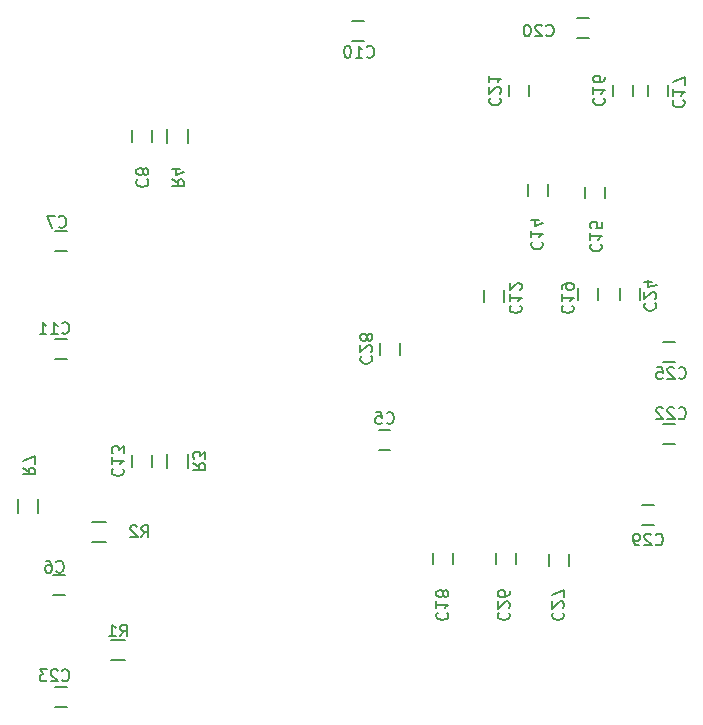
<source format=gbr>
G04 #@! TF.GenerationSoftware,KiCad,Pcbnew,(2017-11-24 revision a01d81e4b)-master*
G04 #@! TF.CreationDate,2018-01-27T17:30:05+01:00*
G04 #@! TF.ProjectId,phram_1,706872616D5F312E6B696361645F7063,rev?*
G04 #@! TF.SameCoordinates,Original*
G04 #@! TF.FileFunction,Legend,Bot*
G04 #@! TF.FilePolarity,Positive*
%FSLAX46Y46*%
G04 Gerber Fmt 4.6, Leading zero omitted, Abs format (unit mm)*
G04 Created by KiCad (PCBNEW (2017-11-24 revision a01d81e4b)-master) date Sat Jan 27 17:30:05 2018*
%MOMM*%
%LPD*%
G01*
G04 APERTURE LIST*
%ADD10C,0.150000*%
G04 APERTURE END LIST*
D10*
X93400000Y-105875000D02*
X94600000Y-105875000D01*
X94600000Y-104125000D02*
X93400000Y-104125000D01*
X91750000Y-95875000D02*
X92950000Y-95875000D01*
X92950000Y-94125000D02*
X91750000Y-94125000D01*
X98125000Y-88400000D02*
X98125000Y-89600000D01*
X99875000Y-89600000D02*
X99875000Y-88400000D01*
X98125000Y-60900000D02*
X98125000Y-62100000D01*
X99875000Y-62100000D02*
X99875000Y-60900000D01*
X116050000Y-86350000D02*
X117050000Y-86350000D01*
X117050000Y-88050000D02*
X116050000Y-88050000D01*
X88500000Y-98650000D02*
X89500000Y-98650000D01*
X89500000Y-100350000D02*
X88500000Y-100350000D01*
X88674000Y-69508000D02*
X89674000Y-69508000D01*
X89674000Y-71208000D02*
X88674000Y-71208000D01*
X95150000Y-62000000D02*
X95150000Y-61000000D01*
X96850000Y-61000000D02*
X96850000Y-62000000D01*
X113820000Y-51728000D02*
X114820000Y-51728000D01*
X114820000Y-53428000D02*
X113820000Y-53428000D01*
X88674000Y-78652000D02*
X89674000Y-78652000D01*
X89674000Y-80352000D02*
X88674000Y-80352000D01*
X126650000Y-74550000D02*
X126650000Y-75550000D01*
X124950000Y-75550000D02*
X124950000Y-74550000D01*
X95162000Y-89500000D02*
X95162000Y-88500000D01*
X96862000Y-88500000D02*
X96862000Y-89500000D01*
X128705000Y-66540000D02*
X128705000Y-65540000D01*
X130405000Y-65540000D02*
X130405000Y-66540000D01*
X133505000Y-66774000D02*
X133505000Y-65774000D01*
X135205000Y-65774000D02*
X135205000Y-66774000D01*
X135905000Y-58138000D02*
X135905000Y-57138000D01*
X137605000Y-57138000D02*
X137605000Y-58138000D01*
X138850000Y-58138000D02*
X138850000Y-57138000D01*
X140550000Y-57138000D02*
X140550000Y-58138000D01*
X120650000Y-97750000D02*
X120650000Y-96750000D01*
X122350000Y-96750000D02*
X122350000Y-97750000D01*
X134650000Y-74350000D02*
X134650000Y-75350000D01*
X132950000Y-75350000D02*
X132950000Y-74350000D01*
X133830000Y-53174000D02*
X132830000Y-53174000D01*
X132830000Y-51474000D02*
X133830000Y-51474000D01*
X127105000Y-58138000D02*
X127105000Y-57138000D01*
X128805000Y-57138000D02*
X128805000Y-58138000D01*
X141150000Y-87550000D02*
X140150000Y-87550000D01*
X140150000Y-85850000D02*
X141150000Y-85850000D01*
X88674000Y-108116000D02*
X89674000Y-108116000D01*
X89674000Y-109816000D02*
X88674000Y-109816000D01*
X138150000Y-74350000D02*
X138150000Y-75350000D01*
X136450000Y-75350000D02*
X136450000Y-74350000D01*
X141150000Y-80650000D02*
X140150000Y-80650000D01*
X140150000Y-78950000D02*
X141150000Y-78950000D01*
X125950000Y-97750000D02*
X125950000Y-96750000D01*
X127650000Y-96750000D02*
X127650000Y-97750000D01*
X130450000Y-97850000D02*
X130450000Y-96850000D01*
X132150000Y-96850000D02*
X132150000Y-97850000D01*
X116195000Y-79995000D02*
X116195000Y-78995000D01*
X117895000Y-78995000D02*
X117895000Y-79995000D01*
X139350000Y-94450000D02*
X138350000Y-94450000D01*
X138350000Y-92750000D02*
X139350000Y-92750000D01*
X85485000Y-92190000D02*
X85485000Y-93390000D01*
X87235000Y-93390000D02*
X87235000Y-92190000D01*
X94166666Y-103852380D02*
X94500000Y-103376190D01*
X94738095Y-103852380D02*
X94738095Y-102852380D01*
X94357142Y-102852380D01*
X94261904Y-102900000D01*
X94214285Y-102947619D01*
X94166666Y-103042857D01*
X94166666Y-103185714D01*
X94214285Y-103280952D01*
X94261904Y-103328571D01*
X94357142Y-103376190D01*
X94738095Y-103376190D01*
X93214285Y-103852380D02*
X93785714Y-103852380D01*
X93500000Y-103852380D02*
X93500000Y-102852380D01*
X93595238Y-102995238D01*
X93690476Y-103090476D01*
X93785714Y-103138095D01*
X95966666Y-95452380D02*
X96300000Y-94976190D01*
X96538095Y-95452380D02*
X96538095Y-94452380D01*
X96157142Y-94452380D01*
X96061904Y-94500000D01*
X96014285Y-94547619D01*
X95966666Y-94642857D01*
X95966666Y-94785714D01*
X96014285Y-94880952D01*
X96061904Y-94928571D01*
X96157142Y-94976190D01*
X96538095Y-94976190D01*
X95585714Y-94547619D02*
X95538095Y-94500000D01*
X95442857Y-94452380D01*
X95204761Y-94452380D01*
X95109523Y-94500000D01*
X95061904Y-94547619D01*
X95014285Y-94642857D01*
X95014285Y-94738095D01*
X95061904Y-94880952D01*
X95633333Y-95452380D01*
X95014285Y-95452380D01*
X100347619Y-89166666D02*
X100823809Y-89500000D01*
X100347619Y-89738095D02*
X101347619Y-89738095D01*
X101347619Y-89357142D01*
X101300000Y-89261904D01*
X101252380Y-89214285D01*
X101157142Y-89166666D01*
X101014285Y-89166666D01*
X100919047Y-89214285D01*
X100871428Y-89261904D01*
X100823809Y-89357142D01*
X100823809Y-89738095D01*
X101347619Y-88833333D02*
X101347619Y-88214285D01*
X100966666Y-88547619D01*
X100966666Y-88404761D01*
X100919047Y-88309523D01*
X100871428Y-88261904D01*
X100776190Y-88214285D01*
X100538095Y-88214285D01*
X100442857Y-88261904D01*
X100395238Y-88309523D01*
X100347619Y-88404761D01*
X100347619Y-88690476D01*
X100395238Y-88785714D01*
X100442857Y-88833333D01*
X98547619Y-65166666D02*
X99023809Y-65500000D01*
X98547619Y-65738095D02*
X99547619Y-65738095D01*
X99547619Y-65357142D01*
X99500000Y-65261904D01*
X99452380Y-65214285D01*
X99357142Y-65166666D01*
X99214285Y-65166666D01*
X99119047Y-65214285D01*
X99071428Y-65261904D01*
X99023809Y-65357142D01*
X99023809Y-65738095D01*
X99214285Y-64309523D02*
X98547619Y-64309523D01*
X99595238Y-64547619D02*
X98880952Y-64785714D01*
X98880952Y-64166666D01*
X116716666Y-85757142D02*
X116764285Y-85804761D01*
X116907142Y-85852380D01*
X117002380Y-85852380D01*
X117145238Y-85804761D01*
X117240476Y-85709523D01*
X117288095Y-85614285D01*
X117335714Y-85423809D01*
X117335714Y-85280952D01*
X117288095Y-85090476D01*
X117240476Y-84995238D01*
X117145238Y-84900000D01*
X117002380Y-84852380D01*
X116907142Y-84852380D01*
X116764285Y-84900000D01*
X116716666Y-84947619D01*
X115811904Y-84852380D02*
X116288095Y-84852380D01*
X116335714Y-85328571D01*
X116288095Y-85280952D01*
X116192857Y-85233333D01*
X115954761Y-85233333D01*
X115859523Y-85280952D01*
X115811904Y-85328571D01*
X115764285Y-85423809D01*
X115764285Y-85661904D01*
X115811904Y-85757142D01*
X115859523Y-85804761D01*
X115954761Y-85852380D01*
X116192857Y-85852380D01*
X116288095Y-85804761D01*
X116335714Y-85757142D01*
X88766666Y-98357142D02*
X88814285Y-98404761D01*
X88957142Y-98452380D01*
X89052380Y-98452380D01*
X89195238Y-98404761D01*
X89290476Y-98309523D01*
X89338095Y-98214285D01*
X89385714Y-98023809D01*
X89385714Y-97880952D01*
X89338095Y-97690476D01*
X89290476Y-97595238D01*
X89195238Y-97500000D01*
X89052380Y-97452380D01*
X88957142Y-97452380D01*
X88814285Y-97500000D01*
X88766666Y-97547619D01*
X87909523Y-97452380D02*
X88100000Y-97452380D01*
X88195238Y-97500000D01*
X88242857Y-97547619D01*
X88338095Y-97690476D01*
X88385714Y-97880952D01*
X88385714Y-98261904D01*
X88338095Y-98357142D01*
X88290476Y-98404761D01*
X88195238Y-98452380D01*
X88004761Y-98452380D01*
X87909523Y-98404761D01*
X87861904Y-98357142D01*
X87814285Y-98261904D01*
X87814285Y-98023809D01*
X87861904Y-97928571D01*
X87909523Y-97880952D01*
X88004761Y-97833333D01*
X88195238Y-97833333D01*
X88290476Y-97880952D01*
X88338095Y-97928571D01*
X88385714Y-98023809D01*
X88966666Y-69157142D02*
X89014285Y-69204761D01*
X89157142Y-69252380D01*
X89252380Y-69252380D01*
X89395238Y-69204761D01*
X89490476Y-69109523D01*
X89538095Y-69014285D01*
X89585714Y-68823809D01*
X89585714Y-68680952D01*
X89538095Y-68490476D01*
X89490476Y-68395238D01*
X89395238Y-68300000D01*
X89252380Y-68252380D01*
X89157142Y-68252380D01*
X89014285Y-68300000D01*
X88966666Y-68347619D01*
X88633333Y-68252380D02*
X87966666Y-68252380D01*
X88395238Y-69252380D01*
X95642857Y-65166666D02*
X95595238Y-65214285D01*
X95547619Y-65357142D01*
X95547619Y-65452380D01*
X95595238Y-65595238D01*
X95690476Y-65690476D01*
X95785714Y-65738095D01*
X95976190Y-65785714D01*
X96119047Y-65785714D01*
X96309523Y-65738095D01*
X96404761Y-65690476D01*
X96500000Y-65595238D01*
X96547619Y-65452380D01*
X96547619Y-65357142D01*
X96500000Y-65214285D01*
X96452380Y-65166666D01*
X96119047Y-64595238D02*
X96166666Y-64690476D01*
X96214285Y-64738095D01*
X96309523Y-64785714D01*
X96357142Y-64785714D01*
X96452380Y-64738095D01*
X96500000Y-64690476D01*
X96547619Y-64595238D01*
X96547619Y-64404761D01*
X96500000Y-64309523D01*
X96452380Y-64261904D01*
X96357142Y-64214285D01*
X96309523Y-64214285D01*
X96214285Y-64261904D01*
X96166666Y-64309523D01*
X96119047Y-64404761D01*
X96119047Y-64595238D01*
X96071428Y-64690476D01*
X96023809Y-64738095D01*
X95928571Y-64785714D01*
X95738095Y-64785714D01*
X95642857Y-64738095D01*
X95595238Y-64690476D01*
X95547619Y-64595238D01*
X95547619Y-64404761D01*
X95595238Y-64309523D01*
X95642857Y-64261904D01*
X95738095Y-64214285D01*
X95928571Y-64214285D01*
X96023809Y-64261904D01*
X96071428Y-64309523D01*
X96119047Y-64404761D01*
X115042857Y-54757142D02*
X115090476Y-54804761D01*
X115233333Y-54852380D01*
X115328571Y-54852380D01*
X115471428Y-54804761D01*
X115566666Y-54709523D01*
X115614285Y-54614285D01*
X115661904Y-54423809D01*
X115661904Y-54280952D01*
X115614285Y-54090476D01*
X115566666Y-53995238D01*
X115471428Y-53900000D01*
X115328571Y-53852380D01*
X115233333Y-53852380D01*
X115090476Y-53900000D01*
X115042857Y-53947619D01*
X114090476Y-54852380D02*
X114661904Y-54852380D01*
X114376190Y-54852380D02*
X114376190Y-53852380D01*
X114471428Y-53995238D01*
X114566666Y-54090476D01*
X114661904Y-54138095D01*
X113471428Y-53852380D02*
X113376190Y-53852380D01*
X113280952Y-53900000D01*
X113233333Y-53947619D01*
X113185714Y-54042857D01*
X113138095Y-54233333D01*
X113138095Y-54471428D01*
X113185714Y-54661904D01*
X113233333Y-54757142D01*
X113280952Y-54804761D01*
X113376190Y-54852380D01*
X113471428Y-54852380D01*
X113566666Y-54804761D01*
X113614285Y-54757142D01*
X113661904Y-54661904D01*
X113709523Y-54471428D01*
X113709523Y-54233333D01*
X113661904Y-54042857D01*
X113614285Y-53947619D01*
X113566666Y-53900000D01*
X113471428Y-53852380D01*
X89242857Y-78157142D02*
X89290476Y-78204761D01*
X89433333Y-78252380D01*
X89528571Y-78252380D01*
X89671428Y-78204761D01*
X89766666Y-78109523D01*
X89814285Y-78014285D01*
X89861904Y-77823809D01*
X89861904Y-77680952D01*
X89814285Y-77490476D01*
X89766666Y-77395238D01*
X89671428Y-77300000D01*
X89528571Y-77252380D01*
X89433333Y-77252380D01*
X89290476Y-77300000D01*
X89242857Y-77347619D01*
X88290476Y-78252380D02*
X88861904Y-78252380D01*
X88576190Y-78252380D02*
X88576190Y-77252380D01*
X88671428Y-77395238D01*
X88766666Y-77490476D01*
X88861904Y-77538095D01*
X87338095Y-78252380D02*
X87909523Y-78252380D01*
X87623809Y-78252380D02*
X87623809Y-77252380D01*
X87719047Y-77395238D01*
X87814285Y-77490476D01*
X87909523Y-77538095D01*
X127242857Y-75842857D02*
X127195238Y-75890476D01*
X127147619Y-76033333D01*
X127147619Y-76128571D01*
X127195238Y-76271428D01*
X127290476Y-76366666D01*
X127385714Y-76414285D01*
X127576190Y-76461904D01*
X127719047Y-76461904D01*
X127909523Y-76414285D01*
X128004761Y-76366666D01*
X128100000Y-76271428D01*
X128147619Y-76128571D01*
X128147619Y-76033333D01*
X128100000Y-75890476D01*
X128052380Y-75842857D01*
X127147619Y-74890476D02*
X127147619Y-75461904D01*
X127147619Y-75176190D02*
X128147619Y-75176190D01*
X128004761Y-75271428D01*
X127909523Y-75366666D01*
X127861904Y-75461904D01*
X128052380Y-74509523D02*
X128100000Y-74461904D01*
X128147619Y-74366666D01*
X128147619Y-74128571D01*
X128100000Y-74033333D01*
X128052380Y-73985714D01*
X127957142Y-73938095D01*
X127861904Y-73938095D01*
X127719047Y-73985714D01*
X127147619Y-74557142D01*
X127147619Y-73938095D01*
X93554857Y-89642857D02*
X93507238Y-89690476D01*
X93459619Y-89833333D01*
X93459619Y-89928571D01*
X93507238Y-90071428D01*
X93602476Y-90166666D01*
X93697714Y-90214285D01*
X93888190Y-90261904D01*
X94031047Y-90261904D01*
X94221523Y-90214285D01*
X94316761Y-90166666D01*
X94412000Y-90071428D01*
X94459619Y-89928571D01*
X94459619Y-89833333D01*
X94412000Y-89690476D01*
X94364380Y-89642857D01*
X93459619Y-88690476D02*
X93459619Y-89261904D01*
X93459619Y-88976190D02*
X94459619Y-88976190D01*
X94316761Y-89071428D01*
X94221523Y-89166666D01*
X94173904Y-89261904D01*
X94459619Y-88357142D02*
X94459619Y-87738095D01*
X94078666Y-88071428D01*
X94078666Y-87928571D01*
X94031047Y-87833333D01*
X93983428Y-87785714D01*
X93888190Y-87738095D01*
X93650095Y-87738095D01*
X93554857Y-87785714D01*
X93507238Y-87833333D01*
X93459619Y-87928571D01*
X93459619Y-88214285D01*
X93507238Y-88309523D01*
X93554857Y-88357142D01*
X129042857Y-70442857D02*
X128995238Y-70490476D01*
X128947619Y-70633333D01*
X128947619Y-70728571D01*
X128995238Y-70871428D01*
X129090476Y-70966666D01*
X129185714Y-71014285D01*
X129376190Y-71061904D01*
X129519047Y-71061904D01*
X129709523Y-71014285D01*
X129804761Y-70966666D01*
X129900000Y-70871428D01*
X129947619Y-70728571D01*
X129947619Y-70633333D01*
X129900000Y-70490476D01*
X129852380Y-70442857D01*
X128947619Y-69490476D02*
X128947619Y-70061904D01*
X128947619Y-69776190D02*
X129947619Y-69776190D01*
X129804761Y-69871428D01*
X129709523Y-69966666D01*
X129661904Y-70061904D01*
X129614285Y-68633333D02*
X128947619Y-68633333D01*
X129995238Y-68871428D02*
X129280952Y-69109523D01*
X129280952Y-68490476D01*
X134042857Y-70642857D02*
X133995238Y-70690476D01*
X133947619Y-70833333D01*
X133947619Y-70928571D01*
X133995238Y-71071428D01*
X134090476Y-71166666D01*
X134185714Y-71214285D01*
X134376190Y-71261904D01*
X134519047Y-71261904D01*
X134709523Y-71214285D01*
X134804761Y-71166666D01*
X134900000Y-71071428D01*
X134947619Y-70928571D01*
X134947619Y-70833333D01*
X134900000Y-70690476D01*
X134852380Y-70642857D01*
X133947619Y-69690476D02*
X133947619Y-70261904D01*
X133947619Y-69976190D02*
X134947619Y-69976190D01*
X134804761Y-70071428D01*
X134709523Y-70166666D01*
X134661904Y-70261904D01*
X134947619Y-68785714D02*
X134947619Y-69261904D01*
X134471428Y-69309523D01*
X134519047Y-69261904D01*
X134566666Y-69166666D01*
X134566666Y-68928571D01*
X134519047Y-68833333D01*
X134471428Y-68785714D01*
X134376190Y-68738095D01*
X134138095Y-68738095D01*
X134042857Y-68785714D01*
X133995238Y-68833333D01*
X133947619Y-68928571D01*
X133947619Y-69166666D01*
X133995238Y-69261904D01*
X134042857Y-69309523D01*
X134297857Y-58280857D02*
X134250238Y-58328476D01*
X134202619Y-58471333D01*
X134202619Y-58566571D01*
X134250238Y-58709428D01*
X134345476Y-58804666D01*
X134440714Y-58852285D01*
X134631190Y-58899904D01*
X134774047Y-58899904D01*
X134964523Y-58852285D01*
X135059761Y-58804666D01*
X135155000Y-58709428D01*
X135202619Y-58566571D01*
X135202619Y-58471333D01*
X135155000Y-58328476D01*
X135107380Y-58280857D01*
X134202619Y-57328476D02*
X134202619Y-57899904D01*
X134202619Y-57614190D02*
X135202619Y-57614190D01*
X135059761Y-57709428D01*
X134964523Y-57804666D01*
X134916904Y-57899904D01*
X135202619Y-56471333D02*
X135202619Y-56661809D01*
X135155000Y-56757047D01*
X135107380Y-56804666D01*
X134964523Y-56899904D01*
X134774047Y-56947523D01*
X134393095Y-56947523D01*
X134297857Y-56899904D01*
X134250238Y-56852285D01*
X134202619Y-56757047D01*
X134202619Y-56566571D01*
X134250238Y-56471333D01*
X134297857Y-56423714D01*
X134393095Y-56376095D01*
X134631190Y-56376095D01*
X134726428Y-56423714D01*
X134774047Y-56471333D01*
X134821666Y-56566571D01*
X134821666Y-56757047D01*
X134774047Y-56852285D01*
X134726428Y-56899904D01*
X134631190Y-56947523D01*
X141042857Y-58442857D02*
X140995238Y-58490476D01*
X140947619Y-58633333D01*
X140947619Y-58728571D01*
X140995238Y-58871428D01*
X141090476Y-58966666D01*
X141185714Y-59014285D01*
X141376190Y-59061904D01*
X141519047Y-59061904D01*
X141709523Y-59014285D01*
X141804761Y-58966666D01*
X141900000Y-58871428D01*
X141947619Y-58728571D01*
X141947619Y-58633333D01*
X141900000Y-58490476D01*
X141852380Y-58442857D01*
X140947619Y-57490476D02*
X140947619Y-58061904D01*
X140947619Y-57776190D02*
X141947619Y-57776190D01*
X141804761Y-57871428D01*
X141709523Y-57966666D01*
X141661904Y-58061904D01*
X141947619Y-57157142D02*
X141947619Y-56490476D01*
X140947619Y-56919047D01*
X121042857Y-101842857D02*
X120995238Y-101890476D01*
X120947619Y-102033333D01*
X120947619Y-102128571D01*
X120995238Y-102271428D01*
X121090476Y-102366666D01*
X121185714Y-102414285D01*
X121376190Y-102461904D01*
X121519047Y-102461904D01*
X121709523Y-102414285D01*
X121804761Y-102366666D01*
X121900000Y-102271428D01*
X121947619Y-102128571D01*
X121947619Y-102033333D01*
X121900000Y-101890476D01*
X121852380Y-101842857D01*
X120947619Y-100890476D02*
X120947619Y-101461904D01*
X120947619Y-101176190D02*
X121947619Y-101176190D01*
X121804761Y-101271428D01*
X121709523Y-101366666D01*
X121661904Y-101461904D01*
X121519047Y-100319047D02*
X121566666Y-100414285D01*
X121614285Y-100461904D01*
X121709523Y-100509523D01*
X121757142Y-100509523D01*
X121852380Y-100461904D01*
X121900000Y-100414285D01*
X121947619Y-100319047D01*
X121947619Y-100128571D01*
X121900000Y-100033333D01*
X121852380Y-99985714D01*
X121757142Y-99938095D01*
X121709523Y-99938095D01*
X121614285Y-99985714D01*
X121566666Y-100033333D01*
X121519047Y-100128571D01*
X121519047Y-100319047D01*
X121471428Y-100414285D01*
X121423809Y-100461904D01*
X121328571Y-100509523D01*
X121138095Y-100509523D01*
X121042857Y-100461904D01*
X120995238Y-100414285D01*
X120947619Y-100319047D01*
X120947619Y-100128571D01*
X120995238Y-100033333D01*
X121042857Y-99985714D01*
X121138095Y-99938095D01*
X121328571Y-99938095D01*
X121423809Y-99985714D01*
X121471428Y-100033333D01*
X121519047Y-100128571D01*
X131642857Y-75842857D02*
X131595238Y-75890476D01*
X131547619Y-76033333D01*
X131547619Y-76128571D01*
X131595238Y-76271428D01*
X131690476Y-76366666D01*
X131785714Y-76414285D01*
X131976190Y-76461904D01*
X132119047Y-76461904D01*
X132309523Y-76414285D01*
X132404761Y-76366666D01*
X132500000Y-76271428D01*
X132547619Y-76128571D01*
X132547619Y-76033333D01*
X132500000Y-75890476D01*
X132452380Y-75842857D01*
X131547619Y-74890476D02*
X131547619Y-75461904D01*
X131547619Y-75176190D02*
X132547619Y-75176190D01*
X132404761Y-75271428D01*
X132309523Y-75366666D01*
X132261904Y-75461904D01*
X131547619Y-74414285D02*
X131547619Y-74223809D01*
X131595238Y-74128571D01*
X131642857Y-74080952D01*
X131785714Y-73985714D01*
X131976190Y-73938095D01*
X132357142Y-73938095D01*
X132452380Y-73985714D01*
X132500000Y-74033333D01*
X132547619Y-74128571D01*
X132547619Y-74319047D01*
X132500000Y-74414285D01*
X132452380Y-74461904D01*
X132357142Y-74509523D01*
X132119047Y-74509523D01*
X132023809Y-74461904D01*
X131976190Y-74414285D01*
X131928571Y-74319047D01*
X131928571Y-74128571D01*
X131976190Y-74033333D01*
X132023809Y-73985714D01*
X132119047Y-73938095D01*
X130242857Y-52957142D02*
X130290476Y-53004761D01*
X130433333Y-53052380D01*
X130528571Y-53052380D01*
X130671428Y-53004761D01*
X130766666Y-52909523D01*
X130814285Y-52814285D01*
X130861904Y-52623809D01*
X130861904Y-52480952D01*
X130814285Y-52290476D01*
X130766666Y-52195238D01*
X130671428Y-52100000D01*
X130528571Y-52052380D01*
X130433333Y-52052380D01*
X130290476Y-52100000D01*
X130242857Y-52147619D01*
X129861904Y-52147619D02*
X129814285Y-52100000D01*
X129719047Y-52052380D01*
X129480952Y-52052380D01*
X129385714Y-52100000D01*
X129338095Y-52147619D01*
X129290476Y-52242857D01*
X129290476Y-52338095D01*
X129338095Y-52480952D01*
X129909523Y-53052380D01*
X129290476Y-53052380D01*
X128671428Y-52052380D02*
X128576190Y-52052380D01*
X128480952Y-52100000D01*
X128433333Y-52147619D01*
X128385714Y-52242857D01*
X128338095Y-52433333D01*
X128338095Y-52671428D01*
X128385714Y-52861904D01*
X128433333Y-52957142D01*
X128480952Y-53004761D01*
X128576190Y-53052380D01*
X128671428Y-53052380D01*
X128766666Y-53004761D01*
X128814285Y-52957142D01*
X128861904Y-52861904D01*
X128909523Y-52671428D01*
X128909523Y-52433333D01*
X128861904Y-52242857D01*
X128814285Y-52147619D01*
X128766666Y-52100000D01*
X128671428Y-52052380D01*
X125497857Y-58280857D02*
X125450238Y-58328476D01*
X125402619Y-58471333D01*
X125402619Y-58566571D01*
X125450238Y-58709428D01*
X125545476Y-58804666D01*
X125640714Y-58852285D01*
X125831190Y-58899904D01*
X125974047Y-58899904D01*
X126164523Y-58852285D01*
X126259761Y-58804666D01*
X126355000Y-58709428D01*
X126402619Y-58566571D01*
X126402619Y-58471333D01*
X126355000Y-58328476D01*
X126307380Y-58280857D01*
X126307380Y-57899904D02*
X126355000Y-57852285D01*
X126402619Y-57757047D01*
X126402619Y-57518952D01*
X126355000Y-57423714D01*
X126307380Y-57376095D01*
X126212142Y-57328476D01*
X126116904Y-57328476D01*
X125974047Y-57376095D01*
X125402619Y-57947523D01*
X125402619Y-57328476D01*
X125402619Y-56376095D02*
X125402619Y-56947523D01*
X125402619Y-56661809D02*
X126402619Y-56661809D01*
X126259761Y-56757047D01*
X126164523Y-56852285D01*
X126116904Y-56947523D01*
X141442857Y-85357142D02*
X141490476Y-85404761D01*
X141633333Y-85452380D01*
X141728571Y-85452380D01*
X141871428Y-85404761D01*
X141966666Y-85309523D01*
X142014285Y-85214285D01*
X142061904Y-85023809D01*
X142061904Y-84880952D01*
X142014285Y-84690476D01*
X141966666Y-84595238D01*
X141871428Y-84500000D01*
X141728571Y-84452380D01*
X141633333Y-84452380D01*
X141490476Y-84500000D01*
X141442857Y-84547619D01*
X141061904Y-84547619D02*
X141014285Y-84500000D01*
X140919047Y-84452380D01*
X140680952Y-84452380D01*
X140585714Y-84500000D01*
X140538095Y-84547619D01*
X140490476Y-84642857D01*
X140490476Y-84738095D01*
X140538095Y-84880952D01*
X141109523Y-85452380D01*
X140490476Y-85452380D01*
X140109523Y-84547619D02*
X140061904Y-84500000D01*
X139966666Y-84452380D01*
X139728571Y-84452380D01*
X139633333Y-84500000D01*
X139585714Y-84547619D01*
X139538095Y-84642857D01*
X139538095Y-84738095D01*
X139585714Y-84880952D01*
X140157142Y-85452380D01*
X139538095Y-85452380D01*
X89242857Y-107557142D02*
X89290476Y-107604761D01*
X89433333Y-107652380D01*
X89528571Y-107652380D01*
X89671428Y-107604761D01*
X89766666Y-107509523D01*
X89814285Y-107414285D01*
X89861904Y-107223809D01*
X89861904Y-107080952D01*
X89814285Y-106890476D01*
X89766666Y-106795238D01*
X89671428Y-106700000D01*
X89528571Y-106652380D01*
X89433333Y-106652380D01*
X89290476Y-106700000D01*
X89242857Y-106747619D01*
X88861904Y-106747619D02*
X88814285Y-106700000D01*
X88719047Y-106652380D01*
X88480952Y-106652380D01*
X88385714Y-106700000D01*
X88338095Y-106747619D01*
X88290476Y-106842857D01*
X88290476Y-106938095D01*
X88338095Y-107080952D01*
X88909523Y-107652380D01*
X88290476Y-107652380D01*
X87957142Y-106652380D02*
X87338095Y-106652380D01*
X87671428Y-107033333D01*
X87528571Y-107033333D01*
X87433333Y-107080952D01*
X87385714Y-107128571D01*
X87338095Y-107223809D01*
X87338095Y-107461904D01*
X87385714Y-107557142D01*
X87433333Y-107604761D01*
X87528571Y-107652380D01*
X87814285Y-107652380D01*
X87909523Y-107604761D01*
X87957142Y-107557142D01*
X138642857Y-75642857D02*
X138595238Y-75690476D01*
X138547619Y-75833333D01*
X138547619Y-75928571D01*
X138595238Y-76071428D01*
X138690476Y-76166666D01*
X138785714Y-76214285D01*
X138976190Y-76261904D01*
X139119047Y-76261904D01*
X139309523Y-76214285D01*
X139404761Y-76166666D01*
X139500000Y-76071428D01*
X139547619Y-75928571D01*
X139547619Y-75833333D01*
X139500000Y-75690476D01*
X139452380Y-75642857D01*
X139452380Y-75261904D02*
X139500000Y-75214285D01*
X139547619Y-75119047D01*
X139547619Y-74880952D01*
X139500000Y-74785714D01*
X139452380Y-74738095D01*
X139357142Y-74690476D01*
X139261904Y-74690476D01*
X139119047Y-74738095D01*
X138547619Y-75309523D01*
X138547619Y-74690476D01*
X139214285Y-73833333D02*
X138547619Y-73833333D01*
X139595238Y-74071428D02*
X138880952Y-74309523D01*
X138880952Y-73690476D01*
X141442857Y-81957142D02*
X141490476Y-82004761D01*
X141633333Y-82052380D01*
X141728571Y-82052380D01*
X141871428Y-82004761D01*
X141966666Y-81909523D01*
X142014285Y-81814285D01*
X142061904Y-81623809D01*
X142061904Y-81480952D01*
X142014285Y-81290476D01*
X141966666Y-81195238D01*
X141871428Y-81100000D01*
X141728571Y-81052380D01*
X141633333Y-81052380D01*
X141490476Y-81100000D01*
X141442857Y-81147619D01*
X141061904Y-81147619D02*
X141014285Y-81100000D01*
X140919047Y-81052380D01*
X140680952Y-81052380D01*
X140585714Y-81100000D01*
X140538095Y-81147619D01*
X140490476Y-81242857D01*
X140490476Y-81338095D01*
X140538095Y-81480952D01*
X141109523Y-82052380D01*
X140490476Y-82052380D01*
X139585714Y-81052380D02*
X140061904Y-81052380D01*
X140109523Y-81528571D01*
X140061904Y-81480952D01*
X139966666Y-81433333D01*
X139728571Y-81433333D01*
X139633333Y-81480952D01*
X139585714Y-81528571D01*
X139538095Y-81623809D01*
X139538095Y-81861904D01*
X139585714Y-81957142D01*
X139633333Y-82004761D01*
X139728571Y-82052380D01*
X139966666Y-82052380D01*
X140061904Y-82004761D01*
X140109523Y-81957142D01*
X126242857Y-101842857D02*
X126195238Y-101890476D01*
X126147619Y-102033333D01*
X126147619Y-102128571D01*
X126195238Y-102271428D01*
X126290476Y-102366666D01*
X126385714Y-102414285D01*
X126576190Y-102461904D01*
X126719047Y-102461904D01*
X126909523Y-102414285D01*
X127004761Y-102366666D01*
X127100000Y-102271428D01*
X127147619Y-102128571D01*
X127147619Y-102033333D01*
X127100000Y-101890476D01*
X127052380Y-101842857D01*
X127052380Y-101461904D02*
X127100000Y-101414285D01*
X127147619Y-101319047D01*
X127147619Y-101080952D01*
X127100000Y-100985714D01*
X127052380Y-100938095D01*
X126957142Y-100890476D01*
X126861904Y-100890476D01*
X126719047Y-100938095D01*
X126147619Y-101509523D01*
X126147619Y-100890476D01*
X127147619Y-100033333D02*
X127147619Y-100223809D01*
X127100000Y-100319047D01*
X127052380Y-100366666D01*
X126909523Y-100461904D01*
X126719047Y-100509523D01*
X126338095Y-100509523D01*
X126242857Y-100461904D01*
X126195238Y-100414285D01*
X126147619Y-100319047D01*
X126147619Y-100128571D01*
X126195238Y-100033333D01*
X126242857Y-99985714D01*
X126338095Y-99938095D01*
X126576190Y-99938095D01*
X126671428Y-99985714D01*
X126719047Y-100033333D01*
X126766666Y-100128571D01*
X126766666Y-100319047D01*
X126719047Y-100414285D01*
X126671428Y-100461904D01*
X126576190Y-100509523D01*
X130842857Y-101842857D02*
X130795238Y-101890476D01*
X130747619Y-102033333D01*
X130747619Y-102128571D01*
X130795238Y-102271428D01*
X130890476Y-102366666D01*
X130985714Y-102414285D01*
X131176190Y-102461904D01*
X131319047Y-102461904D01*
X131509523Y-102414285D01*
X131604761Y-102366666D01*
X131700000Y-102271428D01*
X131747619Y-102128571D01*
X131747619Y-102033333D01*
X131700000Y-101890476D01*
X131652380Y-101842857D01*
X131652380Y-101461904D02*
X131700000Y-101414285D01*
X131747619Y-101319047D01*
X131747619Y-101080952D01*
X131700000Y-100985714D01*
X131652380Y-100938095D01*
X131557142Y-100890476D01*
X131461904Y-100890476D01*
X131319047Y-100938095D01*
X130747619Y-101509523D01*
X130747619Y-100890476D01*
X131747619Y-100557142D02*
X131747619Y-99890476D01*
X130747619Y-100319047D01*
X114587857Y-80137857D02*
X114540238Y-80185476D01*
X114492619Y-80328333D01*
X114492619Y-80423571D01*
X114540238Y-80566428D01*
X114635476Y-80661666D01*
X114730714Y-80709285D01*
X114921190Y-80756904D01*
X115064047Y-80756904D01*
X115254523Y-80709285D01*
X115349761Y-80661666D01*
X115445000Y-80566428D01*
X115492619Y-80423571D01*
X115492619Y-80328333D01*
X115445000Y-80185476D01*
X115397380Y-80137857D01*
X115397380Y-79756904D02*
X115445000Y-79709285D01*
X115492619Y-79614047D01*
X115492619Y-79375952D01*
X115445000Y-79280714D01*
X115397380Y-79233095D01*
X115302142Y-79185476D01*
X115206904Y-79185476D01*
X115064047Y-79233095D01*
X114492619Y-79804523D01*
X114492619Y-79185476D01*
X115064047Y-78614047D02*
X115111666Y-78709285D01*
X115159285Y-78756904D01*
X115254523Y-78804523D01*
X115302142Y-78804523D01*
X115397380Y-78756904D01*
X115445000Y-78709285D01*
X115492619Y-78614047D01*
X115492619Y-78423571D01*
X115445000Y-78328333D01*
X115397380Y-78280714D01*
X115302142Y-78233095D01*
X115254523Y-78233095D01*
X115159285Y-78280714D01*
X115111666Y-78328333D01*
X115064047Y-78423571D01*
X115064047Y-78614047D01*
X115016428Y-78709285D01*
X114968809Y-78756904D01*
X114873571Y-78804523D01*
X114683095Y-78804523D01*
X114587857Y-78756904D01*
X114540238Y-78709285D01*
X114492619Y-78614047D01*
X114492619Y-78423571D01*
X114540238Y-78328333D01*
X114587857Y-78280714D01*
X114683095Y-78233095D01*
X114873571Y-78233095D01*
X114968809Y-78280714D01*
X115016428Y-78328333D01*
X115064047Y-78423571D01*
X139492857Y-96057142D02*
X139540476Y-96104761D01*
X139683333Y-96152380D01*
X139778571Y-96152380D01*
X139921428Y-96104761D01*
X140016666Y-96009523D01*
X140064285Y-95914285D01*
X140111904Y-95723809D01*
X140111904Y-95580952D01*
X140064285Y-95390476D01*
X140016666Y-95295238D01*
X139921428Y-95200000D01*
X139778571Y-95152380D01*
X139683333Y-95152380D01*
X139540476Y-95200000D01*
X139492857Y-95247619D01*
X139111904Y-95247619D02*
X139064285Y-95200000D01*
X138969047Y-95152380D01*
X138730952Y-95152380D01*
X138635714Y-95200000D01*
X138588095Y-95247619D01*
X138540476Y-95342857D01*
X138540476Y-95438095D01*
X138588095Y-95580952D01*
X139159523Y-96152380D01*
X138540476Y-96152380D01*
X138064285Y-96152380D02*
X137873809Y-96152380D01*
X137778571Y-96104761D01*
X137730952Y-96057142D01*
X137635714Y-95914285D01*
X137588095Y-95723809D01*
X137588095Y-95342857D01*
X137635714Y-95247619D01*
X137683333Y-95200000D01*
X137778571Y-95152380D01*
X137969047Y-95152380D01*
X138064285Y-95200000D01*
X138111904Y-95247619D01*
X138159523Y-95342857D01*
X138159523Y-95580952D01*
X138111904Y-95676190D01*
X138064285Y-95723809D01*
X137969047Y-95771428D01*
X137778571Y-95771428D01*
X137683333Y-95723809D01*
X137635714Y-95676190D01*
X137588095Y-95580952D01*
X85947619Y-89566666D02*
X86423809Y-89900000D01*
X85947619Y-90138095D02*
X86947619Y-90138095D01*
X86947619Y-89757142D01*
X86900000Y-89661904D01*
X86852380Y-89614285D01*
X86757142Y-89566666D01*
X86614285Y-89566666D01*
X86519047Y-89614285D01*
X86471428Y-89661904D01*
X86423809Y-89757142D01*
X86423809Y-90138095D01*
X86947619Y-89233333D02*
X86947619Y-88566666D01*
X85947619Y-88995238D01*
M02*

</source>
